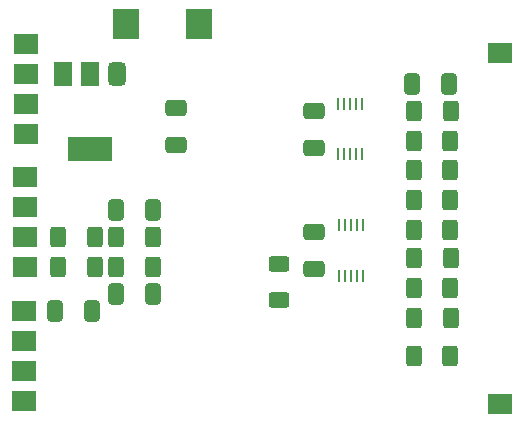
<source format=gbr>
G04 #@! TF.GenerationSoftware,KiCad,Pcbnew,7.0.1*
G04 #@! TF.CreationDate,2023-04-05T15:05:46+02:00*
G04 #@! TF.ProjectId,OXS_RP2040_Full,4f58535f-5250-4323-9034-305f46756c6c,rev?*
G04 #@! TF.SameCoordinates,Original*
G04 #@! TF.FileFunction,Paste,Top*
G04 #@! TF.FilePolarity,Positive*
%FSLAX46Y46*%
G04 Gerber Fmt 4.6, Leading zero omitted, Abs format (unit mm)*
G04 Created by KiCad (PCBNEW 7.0.1) date 2023-04-05 15:05:46*
%MOMM*%
%LPD*%
G01*
G04 APERTURE LIST*
G04 Aperture macros list*
%AMRoundRect*
0 Rectangle with rounded corners*
0 $1 Rounding radius*
0 $2 $3 $4 $5 $6 $7 $8 $9 X,Y pos of 4 corners*
0 Add a 4 corners polygon primitive as box body*
4,1,4,$2,$3,$4,$5,$6,$7,$8,$9,$2,$3,0*
0 Add four circle primitives for the rounded corners*
1,1,$1+$1,$2,$3*
1,1,$1+$1,$4,$5*
1,1,$1+$1,$6,$7*
1,1,$1+$1,$8,$9*
0 Add four rect primitives between the rounded corners*
20,1,$1+$1,$2,$3,$4,$5,0*
20,1,$1+$1,$4,$5,$6,$7,0*
20,1,$1+$1,$6,$7,$8,$9,0*
20,1,$1+$1,$8,$9,$2,$3,0*%
G04 Aperture macros list end*
%ADD10RoundRect,0.250000X-0.400000X-0.625000X0.400000X-0.625000X0.400000X0.625000X-0.400000X0.625000X0*%
%ADD11R,2.000000X1.700000*%
%ADD12R,0.250000X1.100000*%
%ADD13RoundRect,0.250000X0.412500X0.650000X-0.412500X0.650000X-0.412500X-0.650000X0.412500X-0.650000X0*%
%ADD14R,2.000000X1.800000*%
%ADD15RoundRect,0.250000X0.400000X0.625000X-0.400000X0.625000X-0.400000X-0.625000X0.400000X-0.625000X0*%
%ADD16RoundRect,0.250000X-0.650000X0.412500X-0.650000X-0.412500X0.650000X-0.412500X0.650000X0.412500X0*%
%ADD17RoundRect,0.250000X-0.412500X-0.650000X0.412500X-0.650000X0.412500X0.650000X-0.412500X0.650000X0*%
%ADD18R,2.310000X2.520000*%
%ADD19RoundRect,0.375000X-0.375000X0.625000X-0.375000X-0.625000X0.375000X-0.625000X0.375000X0.625000X0*%
%ADD20R,1.500000X2.000000*%
%ADD21R,3.800000X2.000000*%
%ADD22RoundRect,0.250000X0.650000X-0.412500X0.650000X0.412500X-0.650000X0.412500X-0.650000X-0.412500X0*%
%ADD23RoundRect,0.250000X-0.625000X0.400000X-0.625000X-0.400000X0.625000X-0.400000X0.625000X0.400000X0*%
G04 APERTURE END LIST*
D10*
X103733000Y-96266000D03*
X106833000Y-96266000D03*
X103707000Y-88773000D03*
X106807000Y-88773000D03*
D11*
X111018000Y-108585000D03*
D10*
X103707000Y-98806000D03*
X106807000Y-98806000D03*
D12*
X99417000Y-93472000D03*
X98917000Y-93472000D03*
X98417000Y-93472000D03*
X97917000Y-93472000D03*
X97417000Y-93472000D03*
X97417000Y-97772000D03*
X97917000Y-97772000D03*
X98417000Y-97772000D03*
X98917000Y-97772000D03*
X99417000Y-97772000D03*
D13*
X81661000Y-92202000D03*
X78536000Y-92202000D03*
D14*
X70866000Y-85725000D03*
X70866000Y-83185000D03*
X70866000Y-80645000D03*
X70866000Y-78105000D03*
D15*
X81635000Y-97028000D03*
X78535000Y-97028000D03*
D11*
X110998000Y-78867000D03*
D15*
X81635000Y-94488000D03*
X78535000Y-94488000D03*
D10*
X103707000Y-91313000D03*
X106807000Y-91313000D03*
X103707000Y-93853000D03*
X106807000Y-93853000D03*
D12*
X99314000Y-83159000D03*
X98814000Y-83159000D03*
X98314000Y-83159000D03*
X97814000Y-83159000D03*
X97314000Y-83159000D03*
X97314000Y-87459000D03*
X97814000Y-87459000D03*
X98314000Y-87459000D03*
X98814000Y-87459000D03*
X99314000Y-87459000D03*
D10*
X103733000Y-101346000D03*
X106833000Y-101346000D03*
D16*
X95250000Y-94030000D03*
X95250000Y-97155000D03*
D10*
X103733000Y-83820000D03*
X106833000Y-83820000D03*
D13*
X81635000Y-99314000D03*
X78510000Y-99314000D03*
D10*
X103707000Y-86360000D03*
X106807000Y-86360000D03*
D15*
X76734000Y-94488000D03*
X73634000Y-94488000D03*
D14*
X70840000Y-97028000D03*
X70840000Y-94488000D03*
X70840000Y-91948000D03*
X70840000Y-89408000D03*
D17*
X73367500Y-100711000D03*
X76492500Y-100711000D03*
D18*
X85523000Y-76454000D03*
X79323000Y-76454000D03*
D15*
X76734000Y-97028000D03*
X73634000Y-97028000D03*
D19*
X78627000Y-80670000D03*
D20*
X76327000Y-80670000D03*
D21*
X76327000Y-86970000D03*
D20*
X74027000Y-80670000D03*
D22*
X83566000Y-86652500D03*
X83566000Y-83527500D03*
D23*
X92329000Y-96722000D03*
X92329000Y-99822000D03*
D13*
X106718500Y-81534000D03*
X103593500Y-81534000D03*
D14*
X70739000Y-108331000D03*
X70739000Y-105791000D03*
X70739000Y-103251000D03*
X70739000Y-100711000D03*
D16*
X95250000Y-83794000D03*
X95250000Y-86919000D03*
D10*
X103707000Y-104521000D03*
X106807000Y-104521000D03*
M02*

</source>
